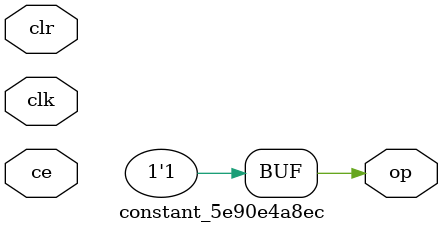
<source format=v>
module constant_5e90e4a8ec (
  output [(1 - 1):0] op,
  input clk,
  input ce,
  input clr);
  assign op = 1'b1;
endmodule
</source>
